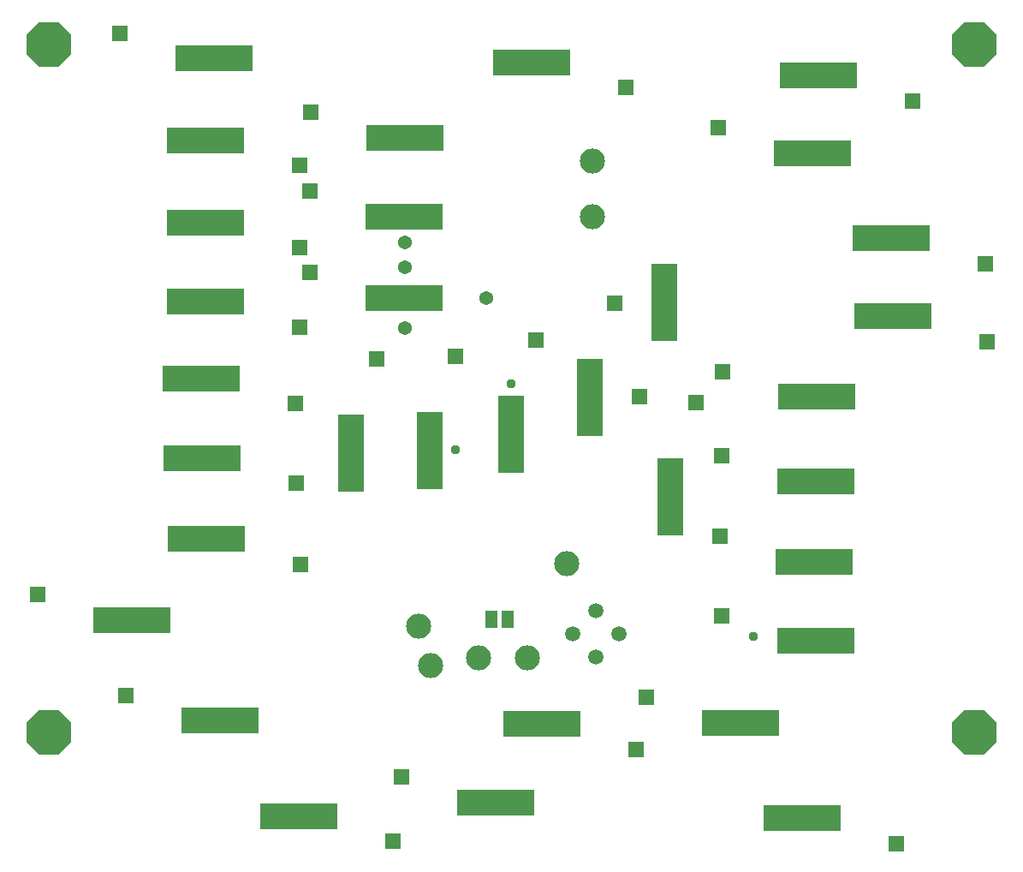
<source format=gts>
G75*
%MOIN*%
%OFA0B0*%
%FSLAX25Y25*%
%IPPOS*%
%LPD*%
%AMOC8*
5,1,8,0,0,1.08239X$1,22.5*
%
%ADD10C,0.05950*%
%ADD11R,0.04737X0.06509*%
%ADD12C,0.09800*%
%ADD13R,0.30328X0.10052*%
%ADD14R,0.05950X0.05950*%
%ADD15R,0.10052X0.30328*%
%ADD16OC8,0.17635*%
%ADD17C,0.03778*%
%ADD18C,0.05392*%
D10*
X0295281Y0211980D03*
X0304313Y0221007D03*
X0313344Y0211980D03*
X0304313Y0202952D03*
D11*
X0270021Y0217443D03*
X0263564Y0217443D03*
D12*
X0277598Y0202525D03*
X0258756Y0202378D03*
X0240028Y0199432D03*
X0235142Y0214964D03*
X0293060Y0239123D03*
X0302902Y0374162D03*
X0302902Y0395816D03*
D13*
X0279359Y0434241D03*
X0229989Y0405028D03*
X0229595Y0374320D03*
X0229564Y0342548D03*
X0152225Y0341209D03*
X0152194Y0372036D03*
X0152194Y0403965D03*
X0155548Y0435855D03*
X0150650Y0311367D03*
X0151044Y0280343D03*
X0152690Y0248847D03*
X0123587Y0217351D03*
X0157910Y0178139D03*
X0188446Y0140894D03*
X0265391Y0146249D03*
X0283328Y0176800D03*
X0360595Y0177351D03*
X0389800Y0209162D03*
X0389406Y0239871D03*
X0389800Y0271288D03*
X0390194Y0304044D03*
X0419942Y0335461D03*
X0419225Y0365776D03*
X0388548Y0398926D03*
X0390776Y0429123D03*
X0384580Y0140107D03*
D14*
X0421233Y0130265D03*
X0353146Y0219005D03*
X0352753Y0249713D03*
X0353146Y0281131D03*
X0343099Y0301871D03*
X0353540Y0313887D03*
X0321209Y0304328D03*
X0311721Y0340422D03*
X0281013Y0326249D03*
X0249517Y0319950D03*
X0218808Y0318769D03*
X0188879Y0331367D03*
X0192910Y0352391D03*
X0188847Y0362194D03*
X0192942Y0384162D03*
X0188847Y0394123D03*
X0193335Y0414871D03*
X0118894Y0445698D03*
X0187304Y0301524D03*
X0187698Y0270501D03*
X0189343Y0239005D03*
X0121257Y0187981D03*
X0086934Y0227194D03*
X0225099Y0131052D03*
X0228737Y0156091D03*
X0319981Y0166957D03*
X0323942Y0187194D03*
X0456595Y0325619D03*
X0455879Y0355934D03*
X0427430Y0419280D03*
X0351894Y0408769D03*
X0316013Y0424398D03*
D15*
X0331052Y0340981D03*
X0301879Y0303769D03*
X0271170Y0289595D03*
X0239674Y0283296D03*
X0208965Y0282115D03*
X0333257Y0265217D03*
D16*
X0091288Y0173375D03*
X0091288Y0441091D03*
X0451524Y0441091D03*
X0451524Y0173375D03*
D17*
X0365518Y0210776D03*
X0271406Y0309202D03*
X0249753Y0283611D03*
D18*
X0230068Y0330855D03*
X0230068Y0354477D03*
X0230068Y0364320D03*
X0261564Y0342666D03*
M02*

</source>
